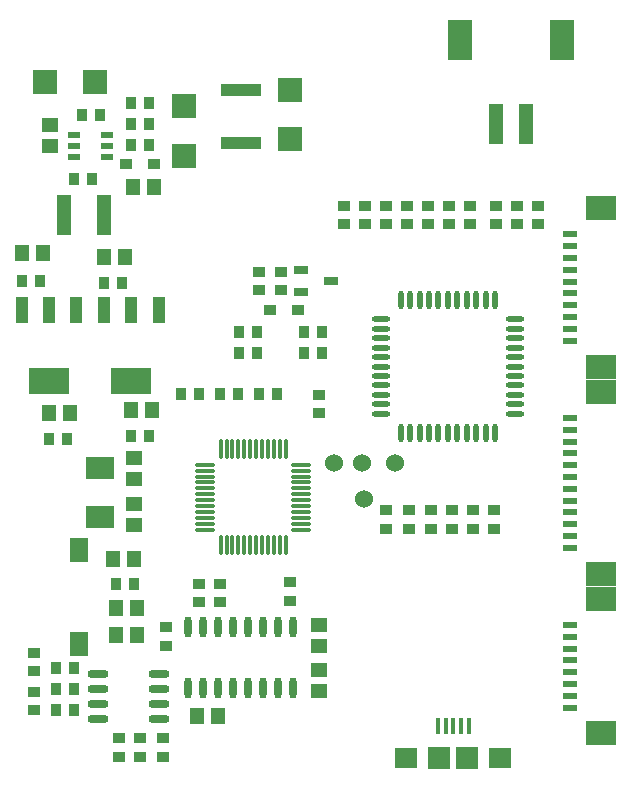
<source format=gtp>
G04 Layer_Color=8421504*
%FSLAX25Y25*%
%MOIN*%
G70*
G01*
G75*
%ADD11R,0.03858X0.03661*%
%ADD12R,0.13425X0.03937*%
%ADD13R,0.09449X0.07480*%
%ADD14R,0.13780X0.08661*%
%ADD15R,0.03937X0.08661*%
%ADD16R,0.01575X0.05315*%
%ADD17R,0.07480X0.07480*%
%ADD18R,0.07480X0.07087*%
%ADD19R,0.04331X0.02362*%
%ADD20O,0.07087X0.01102*%
%ADD21O,0.01102X0.07087*%
%ADD22O,0.02362X0.07087*%
%ADD23O,0.07087X0.02756*%
%ADD24R,0.05906X0.07874*%
%ADD25R,0.03661X0.03858*%
%ADD26R,0.04567X0.05787*%
%ADD27C,0.06000*%
%ADD28R,0.04921X0.01969*%
%ADD29R,0.09843X0.07874*%
%ADD30R,0.04724X0.13780*%
%ADD31R,0.07874X0.07874*%
%ADD32R,0.03937X0.03268*%
%ADD33R,0.07874X0.07874*%
%ADD34R,0.05787X0.04567*%
%ADD35R,0.07874X0.13780*%
%ADD36R,0.04921X0.02756*%
%ADD37O,0.06299X0.01772*%
%ADD38O,0.01772X0.06299*%
D11*
X387000Y242531D02*
D03*
Y236469D02*
D03*
X405000Y250969D02*
D03*
Y257031D02*
D03*
X398000Y250969D02*
D03*
Y257031D02*
D03*
X371500Y205532D02*
D03*
Y199469D02*
D03*
X378500Y199469D02*
D03*
Y205532D02*
D03*
X343000Y234032D02*
D03*
Y227969D02*
D03*
X428500Y251468D02*
D03*
Y257531D02*
D03*
X386000Y205532D02*
D03*
Y199469D02*
D03*
X343000Y214968D02*
D03*
Y221031D02*
D03*
X446500Y376969D02*
D03*
Y383032D02*
D03*
X438000Y313968D02*
D03*
Y320031D02*
D03*
X482500Y275468D02*
D03*
Y281532D02*
D03*
X489500Y275468D02*
D03*
Y281532D02*
D03*
X460500Y275468D02*
D03*
Y281532D02*
D03*
Y376969D02*
D03*
Y383032D02*
D03*
X474500Y376969D02*
D03*
Y383032D02*
D03*
X488500Y376969D02*
D03*
Y383032D02*
D03*
X504000Y376969D02*
D03*
Y383032D02*
D03*
X453500Y376969D02*
D03*
Y383032D02*
D03*
X467500Y376969D02*
D03*
Y383032D02*
D03*
X481500Y376969D02*
D03*
Y383032D02*
D03*
X497000Y376969D02*
D03*
Y383032D02*
D03*
X511000Y376969D02*
D03*
Y383032D02*
D03*
X418000Y361032D02*
D03*
Y354969D02*
D03*
X425500Y354969D02*
D03*
Y361032D02*
D03*
X468000Y275468D02*
D03*
Y281532D02*
D03*
X475500Y275468D02*
D03*
Y281532D02*
D03*
X496500Y275468D02*
D03*
Y281532D02*
D03*
D12*
X412000Y421716D02*
D03*
Y404000D02*
D03*
D13*
X365000Y279500D02*
D03*
Y295642D02*
D03*
D14*
X375500Y324689D02*
D03*
X348000D02*
D03*
D15*
X366445Y348311D02*
D03*
X375500D02*
D03*
X384555D02*
D03*
X338945D02*
D03*
X348000D02*
D03*
X357055D02*
D03*
D16*
X480217Y209531D02*
D03*
X482776D02*
D03*
X487894D02*
D03*
X485335D02*
D03*
X477658D02*
D03*
D17*
X478051Y199000D02*
D03*
X487500D02*
D03*
D18*
X498524D02*
D03*
X467028D02*
D03*
D19*
X356457Y399260D02*
D03*
Y403000D02*
D03*
Y406740D02*
D03*
X367480D02*
D03*
Y403000D02*
D03*
Y399260D02*
D03*
D20*
X400134Y296772D02*
D03*
Y294803D02*
D03*
Y292835D02*
D03*
Y290866D02*
D03*
Y288898D02*
D03*
Y286929D02*
D03*
Y284961D02*
D03*
Y282992D02*
D03*
Y281024D02*
D03*
Y279055D02*
D03*
Y277087D02*
D03*
Y275118D02*
D03*
X432024D02*
D03*
Y277087D02*
D03*
Y279055D02*
D03*
Y281024D02*
D03*
Y282992D02*
D03*
Y284961D02*
D03*
Y286929D02*
D03*
Y288898D02*
D03*
Y290866D02*
D03*
Y292835D02*
D03*
Y294803D02*
D03*
Y296772D02*
D03*
D21*
X405252Y270000D02*
D03*
X407221D02*
D03*
X409189D02*
D03*
X411158D02*
D03*
X413126D02*
D03*
X415095D02*
D03*
X417063D02*
D03*
X419031D02*
D03*
X421000D02*
D03*
X422968D02*
D03*
X424937D02*
D03*
X426905D02*
D03*
Y301890D02*
D03*
X424937D02*
D03*
X422968D02*
D03*
X421000D02*
D03*
X419031D02*
D03*
X417063D02*
D03*
X415095D02*
D03*
X413126D02*
D03*
X411158D02*
D03*
X409189D02*
D03*
X407221D02*
D03*
X405252D02*
D03*
D22*
X414500Y222264D02*
D03*
X419500D02*
D03*
X429500Y242736D02*
D03*
X424500D02*
D03*
X419500D02*
D03*
X414500D02*
D03*
X409500D02*
D03*
X404500D02*
D03*
X399500D02*
D03*
X394500D02*
D03*
X429500Y222264D02*
D03*
X424500D02*
D03*
X409500D02*
D03*
X404500D02*
D03*
X399500D02*
D03*
X394500D02*
D03*
D23*
X384736Y212000D02*
D03*
Y217000D02*
D03*
Y222000D02*
D03*
Y227000D02*
D03*
X364264Y212000D02*
D03*
Y217000D02*
D03*
Y222000D02*
D03*
Y227000D02*
D03*
D24*
X357921Y268231D02*
D03*
X358000Y237000D02*
D03*
D25*
X381500Y417500D02*
D03*
X375437D02*
D03*
X381500Y410500D02*
D03*
X375437D02*
D03*
X375437Y403500D02*
D03*
X381500D02*
D03*
X365000Y413500D02*
D03*
X358937D02*
D03*
X424031Y320500D02*
D03*
X417969D02*
D03*
X356532Y215000D02*
D03*
X350468D02*
D03*
X356532Y222000D02*
D03*
X350468D02*
D03*
X375468Y306500D02*
D03*
X381532D02*
D03*
X366469Y357500D02*
D03*
X372532D02*
D03*
X347969Y305500D02*
D03*
X354031D02*
D03*
X338968Y358000D02*
D03*
X345031D02*
D03*
X356437Y392000D02*
D03*
X362500D02*
D03*
X411031Y320500D02*
D03*
X404969D02*
D03*
X391968D02*
D03*
X398031D02*
D03*
X376532Y257000D02*
D03*
X370468D02*
D03*
X350468Y229000D02*
D03*
X356532D02*
D03*
X417500Y341000D02*
D03*
X411437D02*
D03*
X417500Y334000D02*
D03*
X411437D02*
D03*
X439000Y341000D02*
D03*
X432937D02*
D03*
X439000Y334000D02*
D03*
X432937D02*
D03*
D26*
X376504Y265500D02*
D03*
X369496D02*
D03*
X377504Y249000D02*
D03*
X370496D02*
D03*
X377504Y240000D02*
D03*
X370496D02*
D03*
X382504Y315000D02*
D03*
X375496D02*
D03*
X373504Y366000D02*
D03*
X366496D02*
D03*
X355004Y314000D02*
D03*
X347996D02*
D03*
X346004Y367500D02*
D03*
X338996D02*
D03*
X382972Y389500D02*
D03*
X375965D02*
D03*
X397496Y213000D02*
D03*
X404504D02*
D03*
D27*
X463500Y297500D02*
D03*
X453000Y285500D02*
D03*
X452500Y297500D02*
D03*
X443000D02*
D03*
D28*
X521862Y215819D02*
D03*
Y219756D02*
D03*
Y223693D02*
D03*
Y227630D02*
D03*
Y231567D02*
D03*
Y235504D02*
D03*
Y239441D02*
D03*
Y243378D02*
D03*
Y338122D02*
D03*
Y342059D02*
D03*
Y345996D02*
D03*
Y349933D02*
D03*
Y353870D02*
D03*
Y357807D02*
D03*
Y361744D02*
D03*
Y365681D02*
D03*
Y369618D02*
D03*
Y373555D02*
D03*
Y312378D02*
D03*
Y308441D02*
D03*
Y304504D02*
D03*
Y300567D02*
D03*
Y296630D02*
D03*
Y292693D02*
D03*
Y288756D02*
D03*
Y284819D02*
D03*
Y280882D02*
D03*
Y276945D02*
D03*
Y273008D02*
D03*
Y269071D02*
D03*
D29*
X532000Y207197D02*
D03*
Y252000D02*
D03*
Y329500D02*
D03*
Y382177D02*
D03*
Y321000D02*
D03*
Y260449D02*
D03*
D30*
X352969Y380000D02*
D03*
X366354D02*
D03*
X506921Y410390D02*
D03*
X497079D02*
D03*
D31*
X392969Y416268D02*
D03*
Y399732D02*
D03*
X428500Y421768D02*
D03*
Y405232D02*
D03*
D32*
X383114Y397000D02*
D03*
X373823D02*
D03*
X421854Y348500D02*
D03*
X431146D02*
D03*
D33*
X363268Y424500D02*
D03*
X346732D02*
D03*
D34*
X348468Y410004D02*
D03*
Y402996D02*
D03*
X376500Y283575D02*
D03*
Y276567D02*
D03*
Y291996D02*
D03*
Y299004D02*
D03*
X438000Y228504D02*
D03*
Y221496D02*
D03*
Y236496D02*
D03*
Y243504D02*
D03*
D35*
X519035Y438465D02*
D03*
X484965D02*
D03*
D36*
X432079Y361740D02*
D03*
Y354260D02*
D03*
X441921Y358000D02*
D03*
D37*
X458756Y313752D02*
D03*
Y316902D02*
D03*
Y320051D02*
D03*
Y323201D02*
D03*
Y326350D02*
D03*
Y329500D02*
D03*
Y332650D02*
D03*
Y335799D02*
D03*
Y338949D02*
D03*
Y342098D02*
D03*
Y345248D02*
D03*
X503244D02*
D03*
Y342098D02*
D03*
Y338949D02*
D03*
Y335799D02*
D03*
Y332650D02*
D03*
Y329500D02*
D03*
Y326350D02*
D03*
Y323201D02*
D03*
Y320051D02*
D03*
Y316902D02*
D03*
Y313752D02*
D03*
D38*
X465252Y351744D02*
D03*
X468402D02*
D03*
X471551D02*
D03*
X474701D02*
D03*
X477850D02*
D03*
X481000D02*
D03*
X484150D02*
D03*
X487299D02*
D03*
X490449D02*
D03*
X493598D02*
D03*
X496748D02*
D03*
Y307256D02*
D03*
X493598D02*
D03*
X490449D02*
D03*
X487299D02*
D03*
X484150D02*
D03*
X481000D02*
D03*
X477850D02*
D03*
X474701D02*
D03*
X471551D02*
D03*
X468402D02*
D03*
X465252D02*
D03*
M02*

</source>
